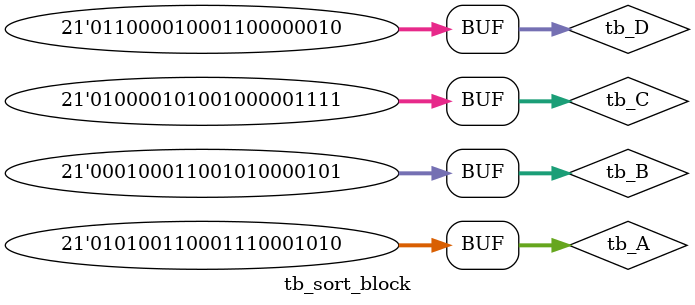
<source format=v>
module sorting_block(A,B,C,D,A_new,B_new,C_new,D_new);
input wire [20:0] A,B,C,D;//21 bit word, no update signal
output wire[21:0] A_new,B_new,C_new,D_new;
wire [21:0] A_,B_,C_,D_;//22 bit word, with update signal added
wire [21:0] temp [0:7];
assign A_={1'b1,A};
assign B_={1'b1,B};
assign C_={1'b1,C};
assign D_={1'b1,D};
bitonic_sort C1(A_,B_,temp[0],temp[1]);
bitonic_sort C2(C_,D_,temp[2],temp[3]);
bitonic_sort C3(temp[0],temp[2],temp[4],temp[5]);
bitonic_sort C4(temp[1],temp[3],temp[6],temp[7]);
bitonic_sort C5(temp[4],temp[6],A_new,B_new);
bitonic_sort C6(temp[5],temp[7],C_new,D_new);
endmodule

module bitonic_sort(A,B,LT,GT);
//For A,B,LT,GT
//6:0-->W[i]
//11:7-->index j
//16:12---->index i
//20:17---->W[i,j]
//21----->update signal
input wire [21:0] A,B;//21th bit is update signal: 1 means valid update
output reg[21:0] LT,GT;
reg [6:0] W_A,W_B;
always@(A,B)
begin//start of always
if (A[21]==1'b1 && B[21]==1'b1)//update signals are equla and are 1
	begin
	if(A[11:7]==B[11:7])
		begin
		W_A={3'b000,A[20:17]}+A[6:0];
		W_B={3'b000,B[20:17]}+B[6:0];
		if(W_A<W_B)
			begin
			LT=A[21:0];
			GT={1'b0,B[20:0]};
			end
		else
			begin
			LT=B[21:0];
			GT={1'b0,A[20:0]};
			end
		end
	else if(A[11:7]<B[11:7])
		begin 
		LT=A[21:0];
		GT=B[21:0];
		end
	else
		begin
		LT=B[21:0];
		GT=A[21:0];
		end
	
	end
	else if(A[21]==1'b1 && B[21]==1'b0)
		begin
		LT=A[21:0];
		GT=B[21:0];
		end
	else if(A[21]==1'b0 && B[21]==1'b1)
		begin
		LT=B[21:0];
		GT=A[21:0];
		end
	else
		begin
		LT=A[21:0];
		GT=B[21:0];
		end
		
	
end//end of always
endmodule 
`timescale 1ns/ 1ps
module tb_sort_block;
reg [20:0] tb_A,tb_B,tb_C,tb_D;
wire [21:0] tba,tbb,tbc,tbd;
sorting_block BT (tb_A,tb_B,tb_C,tb_D,tba,tbb,tbc,tbd);
initial
begin
#25;
tb_C<=21'b010000101001110001111;
tb_A<=21'b010100110001110001010;
tb_B<=21'b000100011001110000101;
tb_D<=21'b011000010001110000010;//verified
#25;
tb_C<=21'b010000101001110001111;
tb_A<=21'b010100110001110001010;
tb_B<=21'b000100011001010000101;
tb_D<=21'b011000010001010000010;
#25;
tb_C<=21'b010000101001000001111;
tb_A<=21'b010100110001110001010;
tb_B<=21'b000100011001010000101;
tb_D<=21'b011000010001100000010;
end

endmodule

</source>
